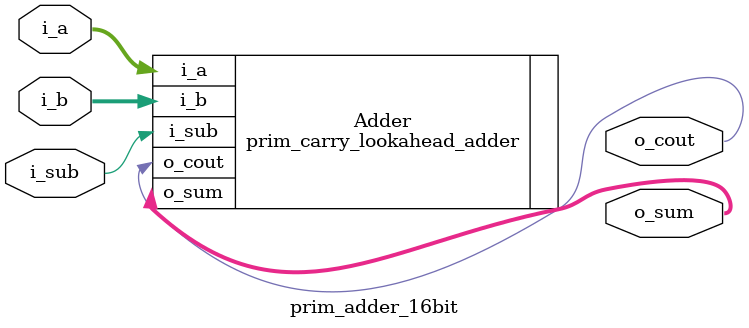
<source format=sv>
module prim_adder_16bit(
    input  logic [15:0] i_a,
    input  logic [15:0] i_b,
    input  logic        i_sub,
    output logic [15:0] o_sum,
    output logic        o_cout
);

prim_carry_lookahead_adder #(.WIDTH(16)) Adder(
    .i_a   (i_a)   ,
    .i_b   (i_b)   ,
    .i_sub (i_sub) ,
    .o_sum (o_sum) ,
    .o_cout(o_cout)
);



endmodule : prim_adder_16bit

</source>
